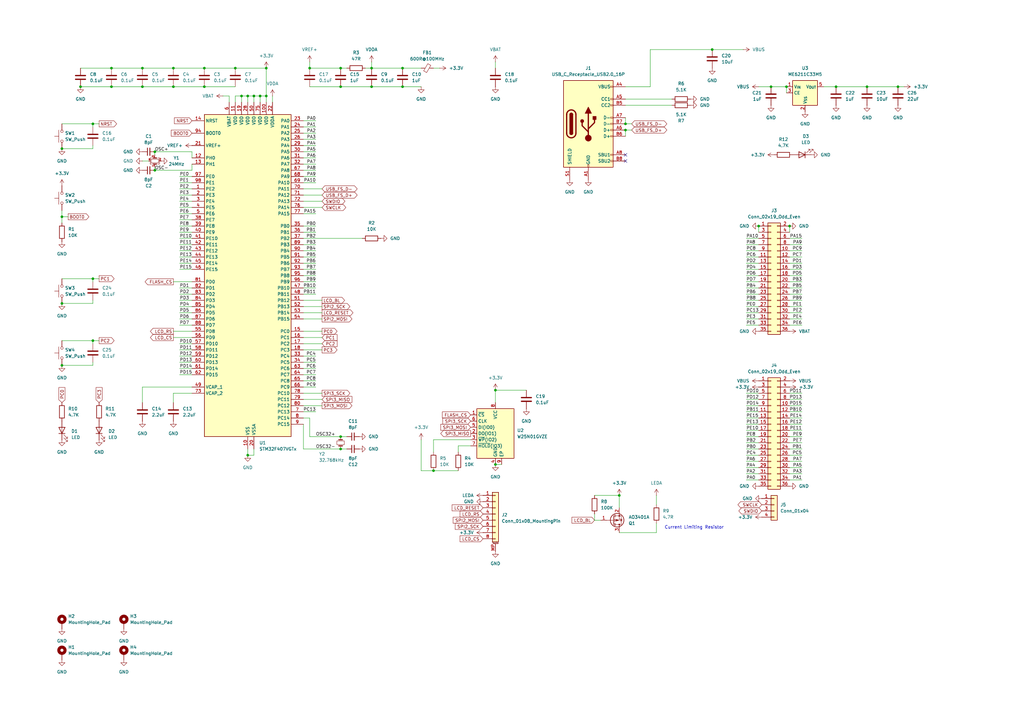
<source format=kicad_sch>
(kicad_sch (version 20231120) (generator "eeschema") (generator_version "8.0")
  (paper "A3")
  (junction (at 127 27.94))
  (junction (at 38.1 139.7))
  (junction (at 139.7 179.07))
  (junction (at 323.85 92.71))
  (junction (at 104.14 39.37))
  (junction (at 203.2 190.5))
  (junction (at 101.6 186.69))
  (junction (at 101.6 39.37))
  (junction (at 109.22 27.94))
  (junction (at 109.22 39.37))
  (junction (at 63.5 62.23))
  (junction (at 38.1 50.8))
  (junction (at 83.82 35.56))
  (junction (at 254 203.2))
  (junction (at 45.72 35.56))
  (junction (at 165.1 27.94))
  (junction (at 203.2 160.02))
  (junction (at 25.4 88.9))
  (junction (at 256.54 53.34))
  (junction (at 33.02 35.56))
  (junction (at 311.15 92.71))
  (junction (at 139.7 184.15))
  (junction (at 63.5 69.85))
  (junction (at 99.06 39.37))
  (junction (at 322.58 35.56))
  (junction (at 106.68 39.37))
  (junction (at 38.1 114.3))
  (junction (at 152.4 35.56))
  (junction (at 368.3 35.56))
  (junction (at 58.42 35.56))
  (junction (at 256.54 50.8))
  (junction (at 25.4 60.96))
  (junction (at 139.7 27.94))
  (junction (at 177.8 193.04))
  (junction (at 71.12 35.56))
  (junction (at 292.1 20.32))
  (junction (at 165.1 35.56))
  (junction (at 342.9 35.56))
  (junction (at 316.23 35.56))
  (junction (at 58.42 27.94))
  (junction (at 45.72 27.94))
  (junction (at 355.6 35.56))
  (junction (at 152.4 27.94))
  (junction (at 139.7 35.56))
  (junction (at 96.52 27.94))
  (junction (at 25.4 149.86))
  (junction (at 25.4 124.46))
  (junction (at 71.12 27.94))
  (junction (at 83.82 27.94))
  (no_connect (at 256.54 66.04))
  (no_connect (at 256.54 63.5))
  (wire (pts (xy 132.08 80.01) (xy 124.46 80.01)))
  (wire (pts (xy 38.1 114.3) (xy 40.64 114.3)))
  (wire (pts (xy 203.2 25.4) (xy 203.2 27.94)))
  (wire (pts (xy 328.93 100.33) (xy 323.85 100.33)))
  (wire (pts (xy 129.54 153.67) (xy 124.46 153.67)))
  (wire (pts (xy 203.2 160.02) (xy 203.2 165.1)))
  (wire (pts (xy 328.93 163.83) (xy 323.85 163.83)))
  (wire (pts (xy 323.85 97.79) (xy 328.93 97.79)))
  (wire (pts (xy 73.66 128.27) (xy 78.74 128.27)))
  (wire (pts (xy 129.54 54.61) (xy 124.46 54.61)))
  (wire (pts (xy 322.58 35.56) (xy 322.58 38.1)))
  (wire (pts (xy 323.85 95.25) (xy 323.85 92.71)))
  (wire (pts (xy 127 171.45) (xy 127 179.07)))
  (wire (pts (xy 256.54 35.56) (xy 266.7 35.56)))
  (wire (pts (xy 127 179.07) (xy 139.7 179.07)))
  (wire (pts (xy 25.4 114.3) (xy 38.1 114.3)))
  (wire (pts (xy 328.93 166.37) (xy 323.85 166.37)))
  (wire (pts (xy 328.93 184.15) (xy 323.85 184.15)))
  (wire (pts (xy 328.93 130.81) (xy 323.85 130.81)))
  (wire (pts (xy 73.66 153.67) (xy 78.74 153.67)))
  (wire (pts (xy 73.66 87.63) (xy 78.74 87.63)))
  (wire (pts (xy 129.54 107.95) (xy 124.46 107.95)))
  (wire (pts (xy 328.93 118.11) (xy 323.85 118.11)))
  (wire (pts (xy 124.46 97.79) (xy 148.59 97.79)))
  (wire (pts (xy 101.6 186.69) (xy 101.6 184.15)))
  (wire (pts (xy 139.7 179.07) (xy 142.24 179.07)))
  (wire (pts (xy 172.72 180.34) (xy 172.72 193.04)))
  (wire (pts (xy 129.54 102.87) (xy 124.46 102.87)))
  (wire (pts (xy 127 27.94) (xy 139.7 27.94)))
  (wire (pts (xy 93.98 39.37) (xy 93.98 41.91)))
  (wire (pts (xy 328.93 110.49) (xy 323.85 110.49)))
  (wire (pts (xy 306.07 194.31) (xy 311.15 194.31)))
  (wire (pts (xy 306.07 181.61) (xy 311.15 181.61)))
  (wire (pts (xy 256.54 53.34) (xy 256.54 55.88)))
  (wire (pts (xy 306.07 133.35) (xy 311.15 133.35)))
  (wire (pts (xy 306.07 102.87) (xy 311.15 102.87)))
  (wire (pts (xy 73.66 148.59) (xy 78.74 148.59)))
  (wire (pts (xy 129.54 64.77) (xy 124.46 64.77)))
  (wire (pts (xy 111.76 39.37) (xy 111.76 41.91)))
  (wire (pts (xy 328.93 196.85) (xy 323.85 196.85)))
  (wire (pts (xy 306.07 168.91) (xy 311.15 168.91)))
  (wire (pts (xy 177.8 180.34) (xy 177.8 185.42)))
  (wire (pts (xy 129.54 118.11) (xy 124.46 118.11)))
  (wire (pts (xy 254 203.2) (xy 254 208.28)))
  (wire (pts (xy 306.07 128.27) (xy 311.15 128.27)))
  (wire (pts (xy 139.7 35.56) (xy 152.4 35.56)))
  (wire (pts (xy 129.54 113.03) (xy 124.46 113.03)))
  (wire (pts (xy 328.93 168.91) (xy 323.85 168.91)))
  (wire (pts (xy 38.1 60.96) (xy 25.4 60.96)))
  (wire (pts (xy 132.08 85.09) (xy 124.46 85.09)))
  (wire (pts (xy 58.42 66.04) (xy 60.96 66.04)))
  (wire (pts (xy 306.07 179.07) (xy 311.15 179.07)))
  (wire (pts (xy 129.54 156.21) (xy 124.46 156.21)))
  (wire (pts (xy 58.42 158.75) (xy 58.42 165.1)))
  (wire (pts (xy 38.1 59.69) (xy 38.1 60.96)))
  (wire (pts (xy 328.93 173.99) (xy 323.85 173.99)))
  (wire (pts (xy 124.46 184.15) (xy 139.7 184.15)))
  (wire (pts (xy 328.93 125.73) (xy 323.85 125.73)))
  (wire (pts (xy 73.66 143.51) (xy 78.74 143.51)))
  (wire (pts (xy 177.8 193.04) (xy 172.72 193.04)))
  (wire (pts (xy 292.1 20.32) (xy 304.8 20.32)))
  (wire (pts (xy 306.07 107.95) (xy 311.15 107.95)))
  (wire (pts (xy 328.93 181.61) (xy 323.85 181.61)))
  (wire (pts (xy 306.07 120.65) (xy 311.15 120.65)))
  (wire (pts (xy 129.54 62.23) (xy 124.46 62.23)))
  (wire (pts (xy 306.07 115.57) (xy 311.15 115.57)))
  (wire (pts (xy 328.93 115.57) (xy 323.85 115.57)))
  (wire (pts (xy 256.54 53.34) (xy 259.08 53.34)))
  (wire (pts (xy 132.08 143.51) (xy 124.46 143.51)))
  (wire (pts (xy 127 171.45) (xy 124.46 171.45)))
  (wire (pts (xy 129.54 148.59) (xy 124.46 148.59)))
  (wire (pts (xy 266.7 35.56) (xy 266.7 20.32)))
  (wire (pts (xy 73.66 95.25) (xy 78.74 95.25)))
  (wire (pts (xy 25.4 91.44) (xy 25.4 88.9)))
  (wire (pts (xy 129.54 95.25) (xy 124.46 95.25)))
  (wire (pts (xy 73.66 130.81) (xy 78.74 130.81)))
  (wire (pts (xy 306.07 123.19) (xy 311.15 123.19)))
  (wire (pts (xy 25.4 50.8) (xy 38.1 50.8)))
  (wire (pts (xy 337.82 35.56) (xy 342.9 35.56)))
  (wire (pts (xy 256.54 43.18) (xy 275.59 43.18)))
  (wire (pts (xy 104.14 39.37) (xy 104.14 41.91)))
  (wire (pts (xy 129.54 100.33) (xy 124.46 100.33)))
  (wire (pts (xy 129.54 67.31) (xy 124.46 67.31)))
  (wire (pts (xy 99.06 39.37) (xy 101.6 39.37)))
  (wire (pts (xy 187.96 193.04) (xy 177.8 193.04)))
  (wire (pts (xy 25.4 86.36) (xy 25.4 88.9)))
  (wire (pts (xy 124.46 184.15) (xy 124.46 173.99)))
  (wire (pts (xy 96.52 41.91) (xy 96.52 39.37)))
  (wire (pts (xy 127 25.4) (xy 127 27.94)))
  (wire (pts (xy 99.06 39.37) (xy 99.06 41.91)))
  (wire (pts (xy 306.07 171.45) (xy 311.15 171.45)))
  (wire (pts (xy 152.4 27.94) (xy 165.1 27.94)))
  (wire (pts (xy 129.54 146.05) (xy 124.46 146.05)))
  (wire (pts (xy 101.6 39.37) (xy 104.14 39.37)))
  (wire (pts (xy 71.12 135.89) (xy 78.74 135.89)))
  (wire (pts (xy 328.93 107.95) (xy 323.85 107.95)))
  (wire (pts (xy 129.54 158.75) (xy 124.46 158.75)))
  (wire (pts (xy 96.52 27.94) (xy 109.22 27.94)))
  (wire (pts (xy 328.93 171.45) (xy 323.85 171.45)))
  (wire (pts (xy 73.66 123.19) (xy 78.74 123.19)))
  (wire (pts (xy 132.08 138.43) (xy 124.46 138.43)))
  (wire (pts (xy 165.1 35.56) (xy 172.72 35.56)))
  (wire (pts (xy 101.6 39.37) (xy 101.6 41.91)))
  (wire (pts (xy 306.07 184.15) (xy 311.15 184.15)))
  (wire (pts (xy 243.84 210.82) (xy 243.84 213.36)))
  (wire (pts (xy 129.54 74.93) (xy 124.46 74.93)))
  (wire (pts (xy 243.84 203.2) (xy 254 203.2)))
  (wire (pts (xy 306.07 186.69) (xy 311.15 186.69)))
  (wire (pts (xy 328.93 186.69) (xy 323.85 186.69)))
  (wire (pts (xy 368.3 35.56) (xy 370.84 35.56)))
  (wire (pts (xy 203.2 160.02) (xy 215.9 160.02)))
  (wire (pts (xy 316.23 35.56) (xy 322.58 35.56)))
  (wire (pts (xy 73.66 82.55) (xy 78.74 82.55)))
  (wire (pts (xy 306.07 100.33) (xy 311.15 100.33)))
  (wire (pts (xy 73.66 133.35) (xy 78.74 133.35)))
  (wire (pts (xy 328.93 194.31) (xy 323.85 194.31)))
  (wire (pts (xy 306.07 196.85) (xy 311.15 196.85)))
  (wire (pts (xy 139.7 27.94) (xy 142.24 27.94)))
  (wire (pts (xy 38.1 50.8) (xy 40.64 50.8)))
  (wire (pts (xy 38.1 139.7) (xy 38.1 140.97)))
  (wire (pts (xy 259.08 50.8) (xy 256.54 50.8)))
  (wire (pts (xy 73.66 110.49) (xy 78.74 110.49)))
  (wire (pts (xy 106.68 39.37) (xy 109.22 39.37)))
  (wire (pts (xy 27.94 88.9) (xy 25.4 88.9)))
  (wire (pts (xy 152.4 25.4) (xy 152.4 27.94)))
  (wire (pts (xy 45.72 35.56) (xy 58.42 35.56)))
  (wire (pts (xy 25.4 139.7) (xy 38.1 139.7)))
  (wire (pts (xy 132.08 161.29) (xy 124.46 161.29)))
  (wire (pts (xy 328.93 102.87) (xy 323.85 102.87)))
  (wire (pts (xy 124.46 168.91) (xy 129.54 168.91)))
  (wire (pts (xy 311.15 35.56) (xy 316.23 35.56)))
  (wire (pts (xy 306.07 105.41) (xy 311.15 105.41)))
  (wire (pts (xy 73.66 146.05) (xy 78.74 146.05)))
  (wire (pts (xy 132.08 128.27) (xy 124.46 128.27)))
  (wire (pts (xy 328.93 113.03) (xy 323.85 113.03)))
  (wire (pts (xy 73.66 151.13) (xy 78.74 151.13)))
  (wire (pts (xy 101.6 186.69) (xy 104.14 186.69)))
  (wire (pts (xy 71.12 35.56) (xy 83.82 35.56)))
  (wire (pts (xy 38.1 123.19) (xy 38.1 124.46)))
  (wire (pts (xy 71.12 138.43) (xy 78.74 138.43)))
  (wire (pts (xy 129.54 110.49) (xy 124.46 110.49)))
  (wire (pts (xy 78.74 158.75) (xy 58.42 158.75)))
  (wire (pts (xy 91.44 39.37) (xy 93.98 39.37)))
  (wire (pts (xy 129.54 49.53) (xy 124.46 49.53)))
  (wire (pts (xy 306.07 189.23) (xy 311.15 189.23)))
  (wire (pts (xy 132.08 82.55) (xy 124.46 82.55)))
  (wire (pts (xy 33.02 35.56) (xy 45.72 35.56)))
  (wire (pts (xy 71.12 27.94) (xy 83.82 27.94)))
  (wire (pts (xy 306.07 130.81) (xy 311.15 130.81)))
  (wire (pts (xy 83.82 35.56) (xy 96.52 35.56)))
  (wire (pts (xy 129.54 115.57) (xy 124.46 115.57)))
  (wire (pts (xy 328.93 120.65) (xy 323.85 120.65)))
  (wire (pts (xy 306.07 176.53) (xy 311.15 176.53)))
  (wire (pts (xy 33.02 27.94) (xy 45.72 27.94)))
  (wire (pts (xy 306.07 118.11) (xy 311.15 118.11)))
  (wire (pts (xy 73.66 92.71) (xy 78.74 92.71)))
  (wire (pts (xy 132.08 77.47) (xy 124.46 77.47)))
  (wire (pts (xy 58.42 27.94) (xy 71.12 27.94)))
  (wire (pts (xy 73.66 74.93) (xy 78.74 74.93)))
  (wire (pts (xy 73.66 118.11) (xy 78.74 118.11)))
  (wire (pts (xy 104.14 184.15) (xy 104.14 186.69)))
  (wire (pts (xy 63.5 62.23) (xy 63.5 63.5)))
  (wire (pts (xy 306.07 110.49) (xy 311.15 110.49)))
  (wire (pts (xy 124.46 87.63) (xy 129.54 87.63)))
  (wire (pts (xy 306.07 166.37) (xy 311.15 166.37)))
  (wire (pts (xy 63.5 69.85) (xy 63.5 68.58)))
  (wire (pts (xy 73.66 77.47) (xy 78.74 77.47)))
  (wire (pts (xy 96.52 39.37) (xy 99.06 39.37)))
  (wire (pts (xy 78.74 64.77) (xy 78.74 62.23)))
  (wire (pts (xy 129.54 69.85) (xy 124.46 69.85)))
  (wire (pts (xy 73.66 107.95) (xy 78.74 107.95)))
  (wire (pts (xy 38.1 124.46) (xy 25.4 124.46)))
  (wire (pts (xy 73.66 80.01) (xy 78.74 80.01)))
  (wire (pts (xy 109.22 27.94) (xy 109.22 39.37)))
  (wire (pts (xy 187.96 182.88) (xy 187.96 185.42)))
  (wire (pts (xy 127 35.56) (xy 139.7 35.56)))
  (wire (pts (xy 306.07 125.73) (xy 311.15 125.73)))
  (wire (pts (xy 73.66 97.79) (xy 78.74 97.79)))
  (wire (pts (xy 132.08 166.37) (xy 124.46 166.37)))
  (wire (pts (xy 124.46 163.83) (xy 132.08 163.83)))
  (wire (pts (xy 129.54 92.71) (xy 124.46 92.71)))
  (wire (pts (xy 328.93 123.19) (xy 323.85 123.19)))
  (wire (pts (xy 71.12 115.57) (xy 78.74 115.57)))
  (wire (pts (xy 269.24 203.2) (xy 269.24 207.01)))
  (wire (pts (xy 58.42 35.56) (xy 71.12 35.56)))
  (wire (pts (xy 193.04 182.88) (xy 187.96 182.88)))
  (wire (pts (xy 129.54 57.15) (xy 124.46 57.15)))
  (wire (pts (xy 71.12 161.29) (xy 71.12 165.1)))
  (wire (pts (xy 328.93 161.29) (xy 323.85 161.29)))
  (wire (pts (xy 328.93 176.53) (xy 323.85 176.53)))
  (wire (pts (xy 104.14 39.37) (xy 106.68 39.37)))
  (wire (pts (xy 149.86 27.94) (xy 152.4 27.94)))
  (wire (pts (xy 73.66 102.87) (xy 78.74 102.87)))
  (wire (pts (xy 243.84 213.36) (xy 246.38 213.36)))
  (wire (pts (xy 73.66 125.73) (xy 78.74 125.73)))
  (wire (pts (xy 306.07 161.29) (xy 311.15 161.29)))
  (wire (pts (xy 73.66 100.33) (xy 78.74 100.33)))
  (wire (pts (xy 139.7 184.15) (xy 142.24 184.15)))
  (wire (pts (xy 132.08 135.89) (xy 124.46 135.89)))
  (wire (pts (xy 78.74 67.31) (xy 78.74 69.85)))
  (wire (pts (xy 152.4 35.56) (xy 165.1 35.56)))
  (wire (pts (xy 38.1 139.7) (xy 40.64 139.7)))
  (wire (pts (xy 78.74 62.23) (xy 63.5 62.23)))
  (wire (pts (xy 132.08 140.97) (xy 124.46 140.97)))
  (wire (pts (xy 306.07 191.77) (xy 311.15 191.77)))
  (wire (pts (xy 129.54 120.65) (xy 124.46 120.65)))
  (wire (pts (xy 132.08 130.81) (xy 124.46 130.81)))
  (wire (pts (xy 355.6 35.56) (xy 368.3 35.56)))
  (wire (pts (xy 73.66 72.39) (xy 78.74 72.39)))
  (wire (pts (xy 109.22 39.37) (xy 109.22 41.91)))
  (wire (pts (xy 269.24 214.63) (xy 269.24 218.44)))
  (wire (pts (xy 83.82 27.94) (xy 96.52 27.94)))
  (wire (pts (xy 78.74 161.29) (xy 71.12 161.29)))
  (wire (pts (xy 328.93 133.35) (xy 323.85 133.35)))
  (wire (pts (xy 38.1 149.86) (xy 25.4 149.86)))
  (wire (pts (xy 328.93 128.27) (xy 323.85 128.27)))
  (wire (pts (xy 306.07 113.03) (xy 311.15 113.03)))
  (wire (pts (xy 73.66 120.65) (xy 78.74 120.65)))
  (wire (pts (xy 38.1 148.59) (xy 38.1 149.86)))
  (wire (pts (xy 177.8 27.94) (xy 180.34 27.94)))
  (wire (pts (xy 38.1 114.3) (xy 38.1 115.57)))
  (wire (pts (xy 328.93 189.23) (xy 323.85 189.23)))
  (wire (pts (xy 129.54 105.41) (xy 124.46 105.41)))
  (wire (pts (xy 266.7 20.32) (xy 292.1 20.32)))
  (wire (pts (xy 254 218.44) (xy 269.24 218.44)))
  (wire (pts (xy 328.93 105.41) (xy 323.85 105.41)))
  (wire (pts (xy 256.54 50.8) (xy 256.54 48.26)))
  (wire (pts (xy 256.54 40.64) (xy 275.59 40.64)))
  (wire (pts (xy 193.04 180.34) (xy 177.8 180.34)))
  (wire (pts (xy 306.07 97.79) (xy 311.15 97.79)))
  (wire (pts (xy 73.66 90.17) (xy 78.74 90.17)))
  (wire (pts (xy 328.93 179.07) (xy 323.85 179.07)))
  (wire (pts (xy 45.72 27.94) (xy 58.42 27.94)))
  (wire (pts (xy 129.54 72.39) (xy 124.46 72.39)))
  (wire (pts (xy 306.07 173.99) (xy 311.15 173.99)))
  (wire (pts (xy 73.66 105.41) (xy 78.74 105.41)))
  (wire (pts (xy 73.66 85.09) (xy 78.74 85.09)))
  (wire (pts (xy 129.54 52.07) (xy 124.46 52.07)))
  (wire (pts (xy 106.68 39.37) (xy 106.68 41.91)))
  (wire (pts (xy 203.2 190.5) (xy 205.74 190.5)))
  (wire (pts (xy 165.1 27.94) (xy 172.72 27.94)))
  (wire (pts (xy 132.08 123.19) (xy 124.46 123.19)))
  (wire (pts (xy 342.9 35.56) (xy 355.6 35.56)))
  (wire (pts (xy 38.1 50.8) (xy 38.1 52.07)))
  (wire (pts (xy 311.15 92.71) (xy 311.15 95.25)))
  (wire (pts (xy 78.74 69.85) (xy 63.5 69.85)))
  (wire (pts (xy 132.08 125.73) (xy 124.46 125.73)))
  (wire (pts (xy 129.54 151.13) (xy 124.46 151.13)))
  (wire (pts (xy 306.07 163.83) (xy 311.15 163.83)))
  (wire (pts (xy 73.66 140.97) (xy 78.74 140.97)))
  (wire (pts (xy 129.54 59.69) (xy 124.46 59.69)))
  (wire (pts (xy 328.93 191.77) (xy 323.85 191.77)))
  (text "Current Limiting Resistor" (at 284.734 216.408 0) (effects (font (size 1.27 1.27))))
  (label "PB4" (at 306.07 118.11 0))
  (label "PE12" (at 328.93 173.99 180))
  (label "PC8" (at 306.07 102.87 0))
  (label "OSC-" (at 63.5 69.85 0))
  (label "PB6" (at 129.54 107.95 180))
  (label "OSC32+" (at 129.54 179.07 0))
  (label "PC8" (at 129.54 156.21 180))
  (label "PA6" (at 306.07 189.23 0))
  (label "PC5" (at 328.93 186.69 180))
  (label "PB7" (at 129.54 110.49 180))
  (label "PB9" (at 328.93 123.19 180))
  (label "PB2" (at 129.54 97.79 180))
  (label "PE3" (at 73.66 80.01 0))
  (label "PB3" (at 328.93 115.57 180))
  (label "PB10" (at 129.54 118.11 180))
  (label "PA3" (at 328.93 194.31 180))
  (label "PE13" (at 306.07 173.99 0))
  (label "PD7" (at 73.66 133.35 0))
  (label "PE3" (at 306.07 130.81 0))
  (label "PE14" (at 73.66 107.95 0))
  (label "PD12" (at 306.07 163.83 0))
  (label "PE0" (at 306.07 125.73 0))
  (label "PD11" (at 328.93 161.29 180))
  (label "PA8" (at 306.07 100.33 0))
  (label "PA10" (at 306.07 97.79 0))
  (label "PD13" (at 328.93 163.83 180))
  (label "PA10" (at 129.54 74.93 180))
  (label "PE10" (at 73.66 97.79 0))
  (label "PA7" (at 129.54 67.31 180))
  (label "PE11" (at 73.66 100.33 0))
  (label "PA5" (at 328.93 191.77 180))
  (label "PD4" (at 73.66 125.73 0))
  (label "PA2" (at 129.54 54.61 180))
  (label "PA2" (at 306.07 194.31 0))
  (label "PE7" (at 328.93 181.61 180))
  (label "PD12" (at 73.66 146.05 0))
  (label "PA9" (at 129.54 72.39 180))
  (label "PD4" (at 306.07 110.49 0))
  (label "PC4" (at 306.07 186.69 0))
  (label "PE1" (at 73.66 74.93 0))
  (label "PA15" (at 328.93 97.79 180))
  (label "PD7" (at 306.07 115.57 0))
  (label "PB10" (at 328.93 168.91 180))
  (label "PA1" (at 328.93 196.85 180))
  (label "PA15" (at 129.54 87.63 180))
  (label "PE6" (at 73.66 87.63 0))
  (label "PD13" (at 73.66 148.59 0))
  (label "PA9" (at 328.93 100.33 180))
  (label "PB0" (at 129.54 92.71 180))
  (label "PC6" (at 306.07 105.41 0))
  (label "PE13" (at 73.66 105.41 0))
  (label "PE1" (at 328.93 125.73 180))
  (label "PB1" (at 328.93 184.15 180))
  (label "PE8" (at 306.07 179.07 0))
  (label "PE15" (at 306.07 171.45 0))
  (label "PC5" (at 129.54 148.59 180))
  (label "PA6" (at 129.54 64.77 180))
  (label "PC7" (at 129.54 153.67 180))
  (label "PD2" (at 306.07 107.95 0))
  (label "PD15" (at 73.66 153.67 0))
  (label "PD14" (at 73.66 151.13 0))
  (label "PE7" (at 73.66 90.17 0))
  (label "PE8" (at 73.66 92.71 0))
  (label "PC7" (at 328.93 105.41 180))
  (label "PE14" (at 328.93 171.45 180))
  (label "PE5" (at 306.07 133.35 0))
  (label "PC13" (at 306.07 128.27 0))
  (label "PD14" (at 306.07 166.37 0))
  (label "PB11" (at 129.54 120.65 180))
  (label "PB9" (at 129.54 115.57 180))
  (label "PD6" (at 73.66 130.81 0))
  (label "OSC32-" (at 129.54 184.15 0))
  (label "PB8" (at 306.07 123.19 0))
  (label "PA4" (at 306.07 191.77 0))
  (label "PB3" (at 129.54 100.33 180))
  (label "PA4" (at 129.54 59.69 180))
  (label "PD10" (at 73.66 140.97 0))
  (label "PE6" (at 328.93 133.35 180))
  (label "PA8" (at 129.54 69.85 180))
  (label "PE4" (at 73.66 82.55 0))
  (label "PB5" (at 129.54 105.41 180))
  (label "PC6" (at 129.54 151.13 180))
  (label "OSC+" (at 63.5 62.23 0))
  (label "PE2" (at 328.93 128.27 180))
  (label "PB7" (at 328.93 120.65 180))
  (label "PD6" (at 306.07 113.03 0))
  (label "PB5" (at 328.93 118.11 180))
  (label "PD15" (at 328.93 166.37 180))
  (label "PA1" (at 129.54 52.07 180))
  (label "PA7" (at 328.93 189.23 180))
  (label "PB8" (at 129.54 113.03 180))
  (label "PA0" (at 129.54 49.53 180))
  (label "PE11" (at 328.93 176.53 180))
  (label "PD1" (at 328.93 107.95 180))
  (label "PE12" (at 73.66 102.87 0))
  (label "PC4" (at 129.54 146.05 180))
  (label "PD5" (at 73.66 128.27 0))
  (label "PD3" (at 328.93 110.49 180))
  (label "PC13" (at 129.54 168.91 180))
  (label "PB1" (at 129.54 95.25 180))
  (label "PA0" (at 306.07 196.85 0))
  (label "PE5" (at 73.66 85.09 0))
  (label "PB6" (at 306.07 120.65 0))
  (label "PE9" (at 73.66 95.25 0))
  (label "PC9" (at 328.93 102.87 180))
  (label "PD5" (at 328.93 113.03 180))
  (label "PC9" (at 129.54 158.75 180))
  (label "PB2" (at 306.07 181.61 0))
  (label "PD10" (at 306.07 161.29 0))
  (label "PE4" (at 328.93 130.81 180))
  (label "PD11" (at 73.66 143.51 0))
  (label "PD3" (at 73.66 123.19 0))
  (label "PB11" (at 306.07 168.91 0))
  (label "PA5" (at 129.54 62.23 180))
  (label "PD2" (at 73.66 120.65 0))
  (label "PD1" (at 73.66 118.11 0))
  (label "PA3" (at 129.54 57.15 180))
  (label "PE9" (at 328.93 179.07 180))
  (label "PE10" (at 306.07 176.53 0))
  (label "PE2" (at 73.66 77.47 0))
  (label "PE15" (at 73.66 110.49 0))
  (label "PE0" (at 73.66 72.39 0))
  (label "PB4" (at 129.54 102.87 180))
  (label "PB0" (at 306.07 184.15 0))
  (global_label "NRST" (shape output) (at 40.64 50.8 0) (property "Intersheetrefs" "${INTERSHEET_REFS}" (effects (hide yes))))
  (global_label "USB_FS_D-" (shape bidirectional) (at 132.08 77.47 0) (property "Intersheetrefs" "${INTERSHEET_REFS}" (effects (hide yes))))
  (global_label "PC3" (shape input) (at 40.64 165.1 90) (property "Intersheetrefs" "${INTERSHEET_REFS}" (effects (hide yes))))
  (global_label "SPI3_SCK" (shape output) (at 132.08 161.29 0) (property "Intersheetrefs" "${INTERSHEET_REFS}" (effects (hide yes))))
  (global_label "USB_FS_D+" (shape bidirectional) (at 132.08 80.01 0) (property "Intersheetrefs" "${INTERSHEET_REFS}" (effects (hide yes))))
  (global_label "SWDIO" (shape bidirectional) (at 132.08 82.55 0) (property "Intersheetrefs" "${INTERSHEET_REFS}" (effects (hide yes))))
  (global_label "LCD_BL" (shape input) (at 243.84 213.36 180) (property "Intersheetrefs" "${INTERSHEET_REFS}" (effects (hide yes))))
  (global_label "SPI2_MOSI" (shape input) (at 198.12 213.36 180) (property "Intersheetrefs" "${INTERSHEET_REFS}" (effects (hide yes))))
  (global_label "SPI2_SCK" (shape output) (at 132.08 125.73 0) (property "Intersheetrefs" "${INTERSHEET_REFS}" (effects (hide yes))))
  (global_label "SPI2_MOSI" (shape output) (at 132.08 130.81 0) (property "Intersheetrefs" "${INTERSHEET_REFS}" (effects (hide yes))))
  (global_label "PC0" (shape output) (at 132.08 135.89 0) (property "Intersheetrefs" "${INTERSHEET_REFS}" (effects (hide yes))))
  (global_label "PC2" (shape output) (at 40.64 139.7 0) (property "Intersheetrefs" "${INTERSHEET_REFS}" (effects (hide yes))))
  (global_label "SPI3_MOSI" (shape input) (at 193.04 175.26 180) (property "Intersheetrefs" "${INTERSHEET_REFS}" (effects (hide yes))))
  (global_label "LCD_BL" (shape output) (at 132.08 123.19 0) (property "Intersheetrefs" "${INTERSHEET_REFS}" (effects (hide yes))))
  (global_label "LCD_CS" (shape output) (at 71.12 138.43 180) (property "Intersheetrefs" "${INTERSHEET_REFS}" (effects (hide yes))))
  (global_label "SWCLK" (shape bidirectional) (at 132.08 85.09 0) (property "Intersheetrefs" "${INTERSHEET_REFS}" (effects (hide yes))))
  (global_label "SWCLK" (shape bidirectional) (at 312.42 207.01 180) (property "Intersheetrefs" "${INTERSHEET_REFS}" (effects (hide yes))))
  (global_label "SWDIO" (shape bidirectional) (at 312.42 209.55 180) (property "Intersheetrefs" "${INTERSHEET_REFS}" (effects (hide yes))))
  (global_label "SPI3_SCK" (shape input) (at 193.04 172.72 180) (property "Intersheetrefs" "${INTERSHEET_REFS}" (effects (hide yes))))
  (global_label "BOOT0" (shape input) (at 78.74 54.61 180) (property "Intersheetrefs" "${INTERSHEET_REFS}" (effects (hide yes))))
  (global_label "FLASH_CS" (shape output) (at 71.12 115.57 180) (property "Intersheetrefs" "${INTERSHEET_REFS}" (effects (hide yes))))
  (global_label "PC1" (shape input) (at 132.08 138.43 0) (property "Intersheetrefs" "${INTERSHEET_REFS}" (effects (hide yes))))
  (global_label "FLASH_CS" (shape input) (at 193.04 170.18 180) (property "Intersheetrefs" "${INTERSHEET_REFS}" (effects (hide yes))))
  (global_label "PC0" (shape input) (at 25.4 165.1 90) (property "Intersheetrefs" "${INTERSHEET_REFS}" (effects (hide yes))))
  (global_label "LCD_RS" (shape input) (at 198.12 210.82 180) (property "Intersheetrefs" "${INTERSHEET_REFS}" (effects (hide yes))))
  (global_label "USB_FS_D+" (shape bidirectional) (at 259.08 53.34 0) (property "Intersheetrefs" "${INTERSHEET_REFS}" (effects (hide yes))))
  (global_label "SPI3_MOSI" (shape output) (at 132.08 166.37 0) (property "Intersheetrefs" "${INTERSHEET_REFS}" (effects (hide yes))))
  (global_label "SPI2_SCK" (shape input) (at 198.12 215.9 180) (property "Intersheetrefs" "${INTERSHEET_REFS}" (effects (hide yes))))
  (global_label "LCD_RS" (shape output) (at 71.12 135.89 180) (property "Intersheetrefs" "${INTERSHEET_REFS}" (effects (hide yes))))
  (global_label "BOOT0" (shape output) (at 27.94 88.9 0) (property "Intersheetrefs" "${INTERSHEET_REFS}" (effects (hide yes))))
  (global_label "LCD_RESET" (shape output) (at 132.08 128.27 0) (property "Intersheetrefs" "${INTERSHEET_REFS}" (effects (hide yes))))
  (global_label "NRST" (shape input) (at 78.74 49.53 180) (property "Intersheetrefs" "${INTERSHEET_REFS}" (effects (hide yes))))
  (global_label "PC1" (shape output) (at 40.64 114.3 0) (property "Intersheetrefs" "${INTERSHEET_REFS}" (effects (hide yes))))
  (global_label "SPI3_MISO" (shape input) (at 132.08 163.83 0) (property "Intersheetrefs" "${INTERSHEET_REFS}" (effects (hide yes))))
  (global_label "PC2" (shape input) (at 132.08 140.97 0) (property "Intersheetrefs" "${INTERSHEET_REFS}" (effects (hide yes))))
  (global_label "USB_FS_D-" (shape bidirectional) (at 259.08 50.8 0) (property "Intersheetrefs" "${INTERSHEET_REFS}" (effects (hide yes))))
  (global_label "LCD_CS" (shape input) (at 198.12 220.98 180) (property "Intersheetrefs" "${INTERSHEET_REFS}" (effects (hide yes))))
  (global_label "PC3" (shape output) (at 132.08 143.51 0) (property "Intersheetrefs" "${INTERSHEET_REFS}" (effects (hide yes))))
  (global_label "SPI3_MISO" (shape output) (at 193.04 177.8 180) (property "Intersheetrefs" "${INTERSHEET_REFS}" (effects (hide yes))))
  (global_label "LCD_RESET" (shape input) (at 198.12 208.28 180) (property "Intersheetrefs" "${INTERSHEET_REFS}" (effects (hide yes))))
  (symbol (lib_id "Device:C") (at 38.1 55.88 0) (unit 1)
    (property "Reference" "C16" (at 41.91 54.6099 0) (effects (justify left)))
    (property "Value" "0.1uF" (at 41.91 57.1499 0) (effects (justify left)))
    (property "Footprint" "Capacitor_SMD:C_0402_1005Metric" (effects (hide yes)))
    (property "Description" "Unpolarized capacitor" (effects (hide yes)))
  )
  (symbol (lib_id "power:+3V3") (at 198.12 218.44 90) (unit 1)
    (property "Reference" "#PWR042" (effects (hide yes)))
    (property "Value" "+3.3V" (at 194.31 218.4399 90) (effects (justify left)))
    (property "Description" "Power symbol creates a global label with name \"+3V3\"" (effects (hide yes)))
  )
  (symbol (lib_id "power:+3V3") (at 312.42 212.09 90) (unit 1)
    (property "Reference" "#PWR060" (effects (hide yes)))
    (property "Value" "+3.3V" (at 308.61 212.0899 90) (effects (justify left)))
    (property "Description" "Power symbol creates a global label with name \"+3V3\"" (effects (hide yes)))
  )
  (symbol (lib_id "Device:C") (at 152.4 31.75 0) (unit 1)
    (property "Reference" "C9" (at 156.21 30.4799 0) (effects (justify left)))
    (property "Value" "0.1uF" (at 156.21 33.0199 0) (effects (justify left)))
    (property "Footprint" "Capacitor_SMD:C_0402_1005Metric" (effects (hide yes)))
    (property "Description" "Unpolarized capacitor" (effects (hide yes)))
  )
  (symbol (lib_id "Mechanical:MountingHole_Pad") (at 50.8 267.97 0) (unit 1) (exclude_from_sim yes) (in_bom no)
    (property "Reference" "H4" (at 53.34 265.4299 0) (effects (justify left)))
    (property "Value" "MountingHole_Pad" (at 53.34 267.9699 0) (effects (justify left)))
    (property "Footprint" "MountingHole:MountingHole_2.2mm_M2_ISO7380_Pad" (effects (hide yes)))
    (property "Description" "Mounting Hole with connection" (effects (hide yes)))
  )
  (symbol (lib_id "Device:R") (at 25.4 95.25 0) (unit 1)
    (property "Reference" "R1" (at 27.94 93.9799 0) (effects (justify left)))
    (property "Value" "10K" (at 27.94 96.5199 0) (effects (justify left)))
    (property "Footprint" "Resistor_SMD:R_0402_1005Metric" (effects (hide yes)))
    (property "Description" "Resistor" (effects (hide yes)))
  )
  (symbol (lib_id "Transistor_FET:AO3401A") (at 251.46 213.36 0) (mirror x) (unit 1)
    (property "Reference" "Q1" (at 257.81 214.6301 0) (effects (justify left)))
    (property "Value" "AO3401A" (at 257.81 212.0901 0) (effects (justify left)))
    (property "Footprint" "Package_TO_SOT_SMD:SOT-23" (effects (hide yes)))
    (property "Datasheet" "http://www.aosmd.com/pdfs/datasheet/AO3401A.pdf" (effects (hide yes)))
    (property "Description" "-4.0A Id, -30V Vds, P-Channel MOSFET, SOT-23" (effects (hide yes)))
  )
  (symbol (lib_id "power:GND") (at 25.4 257.81 0) (unit 1)
    (property "Reference" "#PWR061" (effects (hide yes)))
    (property "Value" "GND" (at 25.4 262.89 0))
    (property "Description" "Power symbol creates a global label with name \"GND\" , ground" (effects (hide yes)))
  )
  (symbol (lib_id "Connector:USB_C_Receptacle_USB2.0_16P") (at 241.3 50.8 0) (unit 1)
    (property "Reference" "J1" (at 241.3 27.94 0))
    (property "Value" "USB_C_Receptacle_USB2.0_16P" (at 241.3 30.48 0))
    (property "Footprint" "Connector_USB:USB_C_Receptacle_GCT_USB4105-xx-A_16P_TopMnt_Horizontal" (effects (hide yes)))
    (property "Datasheet" "https://www.usb.org/sites/default/files/documents/usb_type-c.zip" (effects (hide yes)))
    (property "Description" "USB 2.0-only 16P Type-C Receptacle connector" (effects (hide yes)))
  )
  (symbol (lib_id "Device:C") (at 96.52 31.75 0) (unit 1)
    (property "Reference" "C7" (at 100.33 30.4799 0) (effects (justify left)))
    (property "Value" "0.1uF" (at 100.33 33.0199 0) (effects (justify left)))
    (property "Footprint" "Capacitor_SMD:C_0402_1005Metric" (effects (hide yes)))
    (property "Description" "Unpolarized capacitor" (effects (hide yes)))
  )
  (symbol (lib_id "power:+3V3") (at 127 25.4 0) (unit 1)
    (property "Reference" "#PWR09" (effects (hide yes)))
    (property "Value" "VREF+" (at 127 20.32 0))
    (property "Description" "Power symbol creates a global label with name \"+3V3\"" (effects (hide yes)))
  )
  (symbol (lib_id "Device:R") (at 177.8 189.23 0) (unit 1)
    (property "Reference" "R5" (at 180.34 187.9599 0) (effects (justify left)))
    (property "Value" "10K" (at 180.34 190.4999 0) (effects (justify left)))
    (property "Footprint" "Resistor_SMD:R_0402_1005Metric" (effects (hide yes)))
    (property "Description" "Resistor" (effects (hide yes)))
  )
  (symbol (lib_id "power:+3V3") (at 370.84 35.56 270) (unit 1)
    (property "Reference" "#PWR036" (effects (hide yes)))
    (property "Value" "+3.3V" (at 374.65 35.5599 90) (effects (justify left)))
    (property "Description" "Power symbol creates a global label with name \"+3V3\"" (effects (hide yes)))
  )
  (symbol (lib_id "power:GND") (at 342.9 43.18 0) (unit 1)
    (property "Reference" "#PWR039" (effects (hide yes)))
    (property "Value" "GND" (at 342.9 48.26 0))
    (property "Description" "Power symbol creates a global label with name \"GND\" , ground" (effects (hide yes)))
  )
  (symbol (lib_id "power:GND") (at 323.85 199.39 90) (unit 1)
    (property "Reference" "#PWR068" (effects (hide yes)))
    (property "Value" "GND" (at 327.66 199.3899 90) (effects (justify right)))
    (property "Description" "Power symbol creates a global label with name \"GND\" , ground" (effects (hide yes)))
  )
  (symbol (lib_id "Device:C") (at 292.1 24.13 0) (unit 1)
    (property "Reference" "C20" (at 295.91 22.8599 0) (effects (justify left)))
    (property "Value" "10uF" (at 295.91 25.3999 0) (effects (justify left)))
    (property "Footprint" "Capacitor_SMD:C_0805_2012Metric" (effects (hide yes)))
    (property "Description" "Unpolarized capacitor" (effects (hide yes)))
  )
  (symbol (lib_id "power:GND") (at 330.2 45.72 0) (unit 1)
    (property "Reference" "#PWR037" (effects (hide yes)))
    (property "Value" "GND" (at 330.2 50.8 0))
    (property "Description" "Power symbol creates a global label with name \"GND\" , ground" (effects (hide yes)))
  )
  (symbol (lib_id "Device:C_Small") (at 60.96 69.85 90) (mirror x) (unit 1)
    (property "Reference" "C2" (at 60.9663 76.2 90))
    (property "Value" "8pF" (at 60.9663 73.66 90))
    (property "Footprint" "Capacitor_SMD:C_0402_1005Metric" (effects (hide yes)))
    (property "Description" "Unpolarized capacitor, small symbol" (effects (hide yes)))
  )
  (symbol (lib_id "Device:R") (at 146.05 27.94 90) (unit 1)
    (property "Reference" "R3" (at 146.05 21.59 90))
    (property "Value" "47R" (at 146.05 24.13 90))
    (property "Footprint" "Resistor_SMD:R_0402_1005Metric" (effects (hide yes)))
    (property "Description" "Resistor" (effects (hide yes)))
  )
  (symbol (lib_id "power:GND") (at 355.6 43.18 0) (unit 1)
    (property "Reference" "#PWR046" (effects (hide yes)))
    (property "Value" "GND" (at 355.6 48.26 0))
    (property "Description" "Power symbol creates a global label with name \"GND\" , ground" (effects (hide yes)))
  )
  (symbol (lib_id "power:GND") (at 25.4 149.86 0) (unit 1)
    (property "Reference" "#PWR048" (effects (hide yes)))
    (property "Value" "GND" (at 25.4 154.94 0))
    (property "Description" "Power symbol creates a global label with name \"GND\" , ground" (effects (hide yes)))
  )
  (symbol (lib_id "Device:LED") (at 328.93 63.5 180) (unit 1)
    (property "Reference" "D3" (at 330.5175 55.88 0))
    (property "Value" "LED" (at 330.5175 58.42 0))
    (property "Footprint" "LED_SMD:LED_0603_1608Metric" (effects (hide yes)))
    (property "Description" "Light emitting diode" (effects (hide yes)))
  )
  (symbol (lib_id "Mechanical:MountingHole_Pad") (at 50.8 255.27 0) (unit 1) (exclude_from_sim yes) (in_bom no)
    (property "Reference" "H3" (at 53.34 252.7299 0) (effects (justify left)))
    (property "Value" "MountingHole_Pad" (at 53.34 255.2699 0) (effects (justify left)))
    (property "Footprint" "MountingHole:MountingHole_2.2mm_M2_ISO7380_Pad" (effects (hide yes)))
    (property "Description" "Mounting Hole with connection" (effects (hide yes)))
  )
  (symbol (lib_id "power:GND") (at 233.68 73.66 0) (unit 1)
    (property "Reference" "#PWR029" (effects (hide yes)))
    (property "Value" "GND" (at 233.68 78.74 0))
    (property "Description" "Power symbol creates a global label with name \"GND\" , ground" (effects (hide yes)))
  )
  (symbol (lib_id "power:GND") (at 66.04 66.04 90) (unit 1)
    (property "Reference" "#PWR01" (effects (hide yes)))
    (property "Value" "GND" (effects (hide yes)))
    (property "Description" "Power symbol creates a global label with name \"GND\" , ground" (effects (hide yes)))
  )
  (symbol (lib_id "power:+3V3") (at 203.2 25.4 0) (unit 1)
    (property "Reference" "#PWR023" (effects (hide yes)))
    (property "Value" "VBAT" (at 203.2 20.32 0))
    (property "Description" "Power symbol creates a global label with name \"+3V3\"" (effects (hide yes)))
  )
  (symbol (lib_id "power:GND") (at 241.3 73.66 0) (unit 1)
    (property "Reference" "#PWR030" (effects (hide yes)))
    (property "Value" "GND" (at 241.3 78.74 0))
    (property "Description" "Power symbol creates a global label with name \"GND\" , ground" (effects (hide yes)))
  )
  (symbol (lib_id "power:+3V3") (at 317.5 63.5 90) (unit 1)
    (property "Reference" "#PWR065" (effects (hide yes)))
    (property "Value" "+3.3V" (at 313.69 63.4999 90) (effects (justify left)))
    (property "Description" "Power symbol creates a global label with name \"+3V3\"" (effects (hide yes)))
  )
  (symbol (lib_id "power:GND") (at 25.4 270.51 0) (unit 1)
    (property "Reference" "#PWR063" (effects (hide yes)))
    (property "Value" "GND" (at 25.4 275.59 0))
    (property "Description" "Power symbol creates a global label with name \"GND\" , ground" (effects (hide yes)))
  )
  (symbol (lib_id "Device:C") (at 165.1 31.75 0) (unit 1)
    (property "Reference" "C10" (at 168.91 30.4799 0) (effects (justify left)))
    (property "Value" "1uF" (at 168.91 33.0199 0) (effects (justify left)))
    (property "Footprint" "Capacitor_SMD:C_0402_1005Metric" (effects (hide yes)))
    (property "Description" "Unpolarized capacitor" (effects (hide yes)))
  )
  (symbol (lib_id "Device:Crystal_GND24_Small") (at 63.5 66.04 90) (unit 1)
    (property "Reference" "Y1" (at 72.39 64.77 90))
    (property "Value" "24MHz" (at 72.39 67.31 90))
    (property "Footprint" "Crystal:Crystal_SMD_3225-4Pin_3.2x2.5mm" (effects (hide yes)))
    (property "Description" "Four pin crystal, GND on pins 2 and 4, small symbol" (effects (hide yes)))
  )
  (symbol (lib_id "Connector_Generic_MountingPin:Conn_01x08_MountingPin") (at 203.2 210.82 0) (unit 1)
    (property "Reference" "J2" (at 205.74 211.1755 0) (effects (justify left)))
    (property "Value" "Conn_01x08_MountingPin" (at 205.74 213.7155 0) (effects (justify left)))
    (property "Footprint" "Connector_FFC-FPC:Hirose_FH12-8S-0.5SH_1x08-1MP_P0.50mm_Horizontal" (effects (hide yes)))
    (property "Description" "Generic connectable mounting pin connector, single row, 01x08, script generated (kicad-library-utils/schlib/autogen/connector/)" (effects (hide yes)))
  )
  (symbol (lib_id "Device:C") (at 33.02 31.75 0) (unit 1)
    (property "Reference" "C8" (at 36.83 30.4799 0) (effects (justify left)))
    (property "Value" "0.1uF" (at 36.83 33.0199 0) (effects (justify left)))
    (property "Footprint" "Capacitor_SMD:C_0402_1005Metric" (effects (hide yes)))
    (property "Description" "Unpolarized capacitor" (effects (hide yes)))
  )
  (symbol (lib_id "power:GND") (at 58.42 69.85 270) (unit 1)
    (property "Reference" "#PWR03" (effects (hide yes)))
    (property "Value" "GND" (at 54.61 69.8499 90) (effects (justify right)))
    (property "Description" "Power symbol creates a global label with name \"GND\" , ground" (effects (hide yes)))
  )
  (symbol (lib_id "Device:C") (at 342.9 39.37 0) (mirror y) (unit 1)
    (property "Reference" "C22" (at 346.71 38.0999 0) (effects (justify right)))
    (property "Value" "1uF" (at 346.71 40.6399 0) (effects (justify right)))
    (property "Footprint" "Capacitor_SMD:C_0603_1608Metric" (effects (hide yes)))
    (property "Description" "Unpolarized capacitor" (effects (hide yes)))
  )
  (symbol (lib_id "power:GND") (at 156.21 97.79 90) (unit 1)
    (property "Reference" "#PWR021" (effects (hide yes)))
    (property "Value" "GND" (at 160.02 97.7899 90) (effects (justify right)))
    (property "Description" "Power symbol creates a global label with name \"GND\" , ground" (effects (hide yes)))
  )
  (symbol (lib_id "Device:C_Small") (at 60.96 62.23 90) (unit 1)
    (property "Reference" "C1" (at 60.9663 55.88 90))
    (property "Value" "8pF" (at 60.9663 58.42 90))
    (property "Footprint" "Capacitor_SMD:C_0402_1005Metric" (effects (hide yes)))
    (property "Description" "Unpolarized capacitor, small symbol" (effects (hide yes)))
  )
  (symbol (lib_id "Device:FerriteBead_Small") (at 175.26 27.94 90) (unit 1)
    (property "Reference" "FB1" (at 175.2219 21.59 90))
    (property "Value" "600R@100MHz" (at 175.2219 24.13 90))
    (property "Footprint" "Inductor_SMD:L_0603_1608Metric" (effects (hide yes)))
    (property "Description" "Ferrite bead, small symbol" (effects (hide yes)))
  )
  (symbol (lib_id "power:+3V3") (at 109.22 27.94 0) (unit 1)
    (property "Reference" "#PWR07" (effects (hide yes)))
    (property "Value" "+3.3V" (at 109.22 22.86 0))
    (property "Description" "Power symbol creates a global label with name \"+3V3\"" (effects (hide yes)))
  )
  (symbol (lib_id "Device:R") (at 279.4 40.64 90) (unit 1)
    (property "Reference" "R6" (at 279.4 34.29 90))
    (property "Value" "5.1K" (at 279.4 36.83 90))
    (property "Footprint" "Resistor_SMD:R_0402_1005Metric" (effects (hide yes)))
    (property "Description" "Resistor" (effects (hide yes)))
  )
  (symbol (lib_id "power:+3V3") (at 323.85 158.75 270) (mirror x) (unit 1)
    (property "Reference" "#PWR058" (effects (hide yes)))
    (property "Value" "+3.3V" (at 327.66 158.7499 90) (effects (justify left)))
    (property "Description" "Power symbol creates a global label with name \"+3V3\"" (effects (hide yes)))
  )
  (symbol (lib_id "Connector_Generic:Conn_02x18_Odd_Even") (at 316.23 113.03 0) (unit 1)
    (property "Reference" "J3" (at 317.5 86.36 0))
    (property "Value" "Conn_02x19_Odd_Even" (at 317.5 88.9 0))
    (property "Footprint" "Connector_PinHeader_2.54mm:PinHeader_2x18_P2.54mm_Vertical" (effects (hide yes)))
    (property "Description" "Generic connector, double row, 02x18, odd/even pin numbering scheme (row 1 odd numbers, row 2 even numbers), script generated (kicad-library-utils/schlib/autogen/connector/)" (effects (hide yes)))
  )
  (symbol (lib_id "power:GND") (at 25.4 99.06 0) (unit 1)
    (property "Reference" "#PWR020" (effects (hide yes)))
    (property "Value" "GND" (at 25.4 104.14 0))
    (property "Description" "Power symbol creates a global label with name \"GND\" , ground" (effects (hide yes)))
  )
  (symbol (lib_id "power:GND") (at 311.15 199.39 270) (unit 1)
    (property "Reference" "#PWR067" (effects (hide yes)))
    (property "Value" "GND" (at 307.34 199.3899 90) (effects (justify right)))
    (property "Description" "Power symbol creates a global label with name \"GND\" , ground" (effects (hide yes)))
  )
  (symbol (lib_id "power:GND") (at 58.42 62.23 270) (unit 1)
    (property "Reference" "#PWR02" (effects (hide yes)))
    (property "Value" "GND" (at 54.61 62.2299 90) (effects (justify right)))
    (property "Description" "Power symbol creates a global label with name \"GND\" , ground" (effects (hide yes)))
  )
  (symbol (lib_id "power:GND") (at 283.21 43.18 90) (unit 1)
    (property "Reference" "#PWR034" (effects (hide yes)))
    (property "Value" "GND" (at 287.02 43.1799 90) (effects (justify right)))
    (property "Description" "Power symbol creates a global label with name \"GND\" , ground" (effects (hide yes)))
  )
  (symbol (lib_id "power:GND") (at 368.3 43.18 0) (unit 1)
    (property "Reference" "#PWR069" (effects (hide yes)))
    (property "Value" "GND" (at 368.3 48.26 0))
    (property "Description" "Power symbol creates a global label with name \"GND\" , ground" (effects (hide yes)))
  )
  (symbol (lib_id "power:GND") (at 40.64 180.34 0) (unit 1)
    (property "Reference" "#PWR050" (effects (hide yes)))
    (property "Value" "GND" (at 40.64 185.42 0))
    (property "Description" "Power symbol creates a global label with name \"GND\" , ground" (effects (hide yes)))
  )
  (symbol (lib_id "power:GND") (at 203.2 35.56 0) (unit 1)
    (property "Reference" "#PWR024" (effects (hide yes)))
    (property "Value" "GND" (at 203.2 40.64 0))
    (property "Description" "Power symbol creates a global label with name \"GND\" , ground" (effects (hide yes)))
  )
  (symbol (lib_id "Device:C") (at 38.1 144.78 0) (unit 1)
    (property "Reference" "C25" (at 41.91 143.5099 0) (effects (justify left)))
    (property "Value" "0.1uF" (at 41.91 146.0499 0) (effects (justify left)))
    (property "Footprint" "Capacitor_SMD:C_0402_1005Metric" (effects (hide yes)))
    (property "Description" "Unpolarized capacitor" (effects (hide yes)))
  )
  (symbol (lib_id "Device:C") (at 71.12 168.91 0) (unit 1)
    (property "Reference" "C13" (at 74.93 167.6399 0) (effects (justify left)))
    (property "Value" "2.2uF" (at 74.93 170.1799 0) (effects (justify left)))
    (property "Footprint" "Capacitor_SMD:C_0402_1005Metric" (effects (hide yes)))
    (property "Description" "Unpolarized capacitor" (effects (hide yes)))
  )
  (symbol (lib_id "power:GND") (at 311.15 135.89 270) (unit 1)
    (property "Reference" "#PWR054" (effects (hide yes)))
    (property "Value" "GND" (at 307.34 135.8899 90) (effects (justify right)))
    (property "Description" "Power symbol creates a global label with name \"GND\" , ground" (effects (hide yes)))
  )
  (symbol (lib_id "power:+3V3") (at 78.74 59.69 90) (unit 1)
    (property "Reference" "#PWR017" (effects (hide yes)))
    (property "Value" "VREF+" (at 74.93 59.6899 90) (effects (justify left)))
    (property "Description" "Power symbol creates a global label with name \"+3V3\"" (effects (hide yes)))
  )
  (symbol (lib_id "power:GND") (at 311.15 92.71 270) (unit 1)
    (property "Reference" "#PWR052" (effects (hide yes)))
    (property "Value" "GND" (at 307.34 92.7099 90) (effects (justify right)))
    (property "Description" "Power symbol creates a global label with name \"GND\" , ground" (effects (hide yes)))
  )
  (symbol (lib_id "power:GND") (at 25.4 124.46 0) (unit 1)
    (property "Reference" "#PWR047" (effects (hide yes)))
    (property "Value" "GND" (at 25.4 129.54 0))
    (property "Description" "Power symbol creates a global label with name \"GND\" , ground" (effects (hide yes)))
  )
  (symbol (lib_id "power:GND") (at 58.42 66.04 270) (unit 1)
    (property "Reference" "#PWR04" (effects (hide yes)))
    (property "Value" "GND" (at 54.61 66.0399 90) (effects (justify right)))
    (property "Description" "Power symbol creates a global label with name \"GND\" , ground" (effects (hide yes)))
  )
  (symbol (lib_id "Device:C") (at 58.42 168.91 0) (unit 1)
    (property "Reference" "C14" (at 62.23 167.6399 0) (effects (justify left)))
    (property "Value" "2.2uF" (at 62.23 170.1799 0) (effects (justify left)))
    (property "Footprint" "Capacitor_SMD:C_0402_1005Metric" (effects (hide yes)))
    (property "Description" "Unpolarized capacitor" (effects (hide yes)))
  )
  (symbol (lib_id "power:+3V3") (at 311.15 158.75 90) (unit 1)
    (property "Reference" "#PWR056" (effects (hide yes)))
    (property "Value" "+3.3V" (at 307.34 158.7499 90) (effects (justify left)))
    (property "Description" "Power symbol creates a global label with name \"+3V3\"" (effects (hide yes)))
  )
  (symbol (lib_id "power:VBUS") (at 311.15 156.21 90) (unit 1)
    (property "Reference" "#PWR055" (effects (hide yes)))
    (property "Value" "VBUS" (at 307.34 156.2099 90) (effects (justify left)))
    (property "Description" "Power symbol creates a global label with name \"VBUS\"" (effects (hide yes)))
  )
  (symbol (lib_id "Regulator_Linear:ME6211C33M5") (at 330.2 38.1 0) (unit 1)
    (property "Reference" "U3" (at 330.2 27.94 0))
    (property "Value" "ME6211C33M5" (at 330.2 30.48 0))
    (property "Footprint" "Package_TO_SOT_SMD:SOT-23-5" (effects (hide yes)))
    (property "Datasheet" "https://www.lcsc.com/datasheet/lcsc_datasheet_2304140030_MICRONE-Nanjing-Micro-One-Elec-ME6211C33R5G_C235316.pdf" (effects (hide yes)))
    (property "Description" "500mA low dropout linear regulator, shutdown pin, 6.5V max input voltage, 3.3V fixed positive output, SOT-23-5" (effects (hide yes)))
  )
  (symbol (lib_id "power:GND") (at 292.1 27.94 0) (unit 1)
    (property "Reference" "#PWR032" (effects (hide yes)))
    (property "Value" "GND" (at 292.1 33.02 0))
    (property "Description" "Power symbol creates a global label with name \"GND\" , ground" (effects (hide yes)))
  )
  (symbol (lib_id "power:+3V3") (at 111.76 39.37 0) (unit 1)
    (property "Reference" "#PWR022" (effects (hide yes)))
    (property "Value" "VDDA" (at 111.76 34.29 0))
    (property "Description" "Power symbol creates a global label with name \"+3V3\"" (effects (hide yes)))
  )
  (symbol (lib_id "Device:C") (at 58.42 31.75 0) (unit 1)
    (property "Reference" "C5" (at 62.23 30.4799 0) (effects (justify left)))
    (property "Value" "0.1uF" (at 62.23 33.0199 0) (effects (justify left)))
    (property "Footprint" "Capacitor_SMD:C_0402_1005Metric" (effects (hide yes)))
    (property "Description" "Unpolarized capacitor" (effects (hide yes)))
  )
  (symbol (lib_id "power:+3V3") (at 152.4 25.4 0) (unit 1)
    (property "Reference" "#PWR08" (effects (hide yes)))
    (property "Value" "VDDA" (at 152.4 20.32 0))
    (property "Description" "Power symbol creates a global label with name \"+3V3\"" (effects (hide yes)))
  )
  (symbol (lib_id "Device:LED") (at 40.64 176.53 90) (unit 1)
    (property "Reference" "D2" (at 44.45 176.8474 90) (effects (justify right)))
    (property "Value" "LED" (at 44.45 179.3874 90) (effects (justify right)))
    (property "Footprint" "LED_SMD:LED_0603_1608Metric" (effects (hide yes)))
    (property "Description" "Light emitting diode" (effects (hide yes)))
  )
  (symbol (lib_id "Device:R") (at 152.4 97.79 90) (unit 1)
    (property "Reference" "R2" (at 152.4 91.44 90))
    (property "Value" "10K" (at 152.4 93.98 90))
    (property "Footprint" "Resistor_SMD:R_0402_1005Metric" (effects (hide yes)))
    (property "Description" "Resistor" (effects (hide yes)))
  )
  (symbol (lib_id "Switch:SW_Push") (at 25.4 81.28 90) (unit 1)
    (property "Reference" "SW2" (at 26.67 80.0099 90) (effects (justify right)))
    (property "Value" "SW_Push" (at 26.67 82.5499 90) (effects (justify right)))
    (property "Footprint" "Button_Switch_SMD:SW_SPST_PTS810" (effects (hide yes)))
    (property "Description" "Push button switch, generic, two pins" (effects (hide yes)))
  )
  (symbol (lib_id "power:VBUS") (at 323.85 156.21 270) (mirror x) (unit 1)
    (property "Reference" "#PWR057" (effects (hide yes)))
    (property "Value" "VBUS" (at 327.66 156.2099 90) (effects (justify left)))
    (property "Description" "Power symbol creates a global label with name \"VBUS\"" (effects (hide yes)))
  )
  (symbol (lib_id "power:GND") (at 203.2 226.06 0) (unit 1)
    (property "Reference" "#PWR040" (effects (hide yes)))
    (property "Value" "GND" (at 203.2 231.14 0))
    (property "Description" "Power symbol creates a global label with name \"GND\" , ground" (effects (hide yes)))
  )
  (symbol (lib_id "Device:C") (at 215.9 163.83 0) (unit 1)
    (property "Reference" "C19" (at 219.71 162.5599 0) (effects (justify left)))
    (property "Value" "0.1uF" (at 219.71 165.0999 0) (effects (justify left)))
    (property "Footprint" "Capacitor_SMD:C_0402_1005Metric" (effects (hide yes)))
    (property "Description" "Unpolarized capacitor" (effects (hide yes)))
  )
  (symbol (lib_id "power:GND") (at 147.32 179.07 90) (unit 1)
    (property "Reference" "#PWR013" (effects (hide yes)))
    (property "Value" "GND" (at 151.13 179.0699 90) (effects (justify right)))
    (property "Description" "Power symbol creates a global label with name \"GND\" , ground" (effects (hide yes)))
  )
  (symbol (lib_id "Device:C") (at 139.7 31.75 0) (unit 1)
    (property "Reference" "C15" (at 143.51 30.4799 0) (effects (justify left)))
    (property "Value" "1uF" (at 143.51 33.0199 0) (effects (justify left)))
    (property "Footprint" "Capacitor_SMD:C_0402_1005Metric" (effects (hide yes)))
    (property "Description" "Unpolarized capacitor" (effects (hide yes)))
  )
  (symbol (lib_id "Device:C_Small") (at 144.78 184.15 90) (mirror x) (unit 1)
    (property "Reference" "C12" (at 144.7863 190.5 90))
    (property "Value" "8pF" (at 144.7863 187.96 90))
    (property "Footprint" "Capacitor_SMD:C_0402_1005Metric" (effects (hide yes)))
    (property "Description" "Unpolarized capacitor, small symbol" (effects (hide yes)))
  )
  (symbol (lib_id "Switch:SW_Push") (at 25.4 119.38 90) (unit 1)
    (property "Reference" "SW3" (at 26.67 118.1099 90) (effects (justify right)))
    (property "Value" "SW_Push" (at 26.67 120.6499 90) (effects (justify right)))
    (property "Footprint" "Button_Switch_SMD:SW_SPST_PTS810" (effects (hide yes)))
    (property "Description" "Push button switch, generic, two pins" (effects (hide yes)))
  )
  (symbol (lib_id "Device:R") (at 25.4 168.91 0) (unit 1)
    (property "Reference" "R10" (at 27.94 167.6399 0) (effects (justify left)))
    (property "Value" "4.7K" (at 27.94 170.1799 0) (effects (justify left)))
    (property "Footprint" "Resistor_SMD:R_0402_1005Metric" (effects (hide yes)))
    (property "Description" "Resistor" (effects (hide yes)))
  )
  (symbol (lib_id "power:GND") (at 71.12 172.72 0) (unit 1)
    (property "Reference" "#PWR015" (effects (hide yes)))
    (property "Value" "GND" (at 71.12 177.8 0))
    (property "Description" "Power symbol creates a global label with name \"GND\" , ground" (effects (hide yes)))
  )
  (symbol (lib_id "power:VDD") (at 269.24 203.2 0) (unit 1)
    (property "Reference" "#PWR044" (effects (hide yes)))
    (property "Value" "LEDA" (at 269.24 198.12 0))
    (property "Description" "Power symbol creates a global label with name \"VDD\"" (effects (hide yes)))
  )
  (symbol (lib_id "Device:R") (at 40.64 168.91 0) (unit 1)
    (property "Reference" "R11" (at 43.18 167.6399 0) (effects (justify left)))
    (property "Value" "4.7K" (at 43.18 170.1799 0) (effects (justify left)))
    (property "Footprint" "Resistor_SMD:R_0402_1005Metric" (effects (hide yes)))
    (property "Description" "Resistor" (effects (hide yes)))
  )
  (symbol (lib_id "Connector_Generic:Conn_01x04") (at 317.5 207.01 0) (unit 1)
    (property "Reference" "J5" (at 320.04 207.0099 0) (effects (justify left)))
    (property "Value" "Conn_01x04" (at 320.04 209.5499 0) (effects (justify left)))
    (property "Footprint" "Connector_PinHeader_2.54mm:PinHeader_1x04_P2.54mm_Vertical" (effects (hide yes)))
    (property "Description" "Generic connector, single row, 01x04, script generated (kicad-library-utils/schlib/autogen/connector/)" (effects (hide yes)))
  )
  (symbol (lib_id "Device:C") (at 316.23 39.37 0) (unit 1)
    (property "Reference" "C21" (at 312.42 38.0999 0) (effects (justify right)))
    (property "Value" "1uF" (at 312.42 40.6399 0) (effects (justify right)))
    (property "Footprint" "Capacitor_SMD:C_0603_1608Metric" (effects (hide yes)))
    (property "Description" "Unpolarized capacitor" (effects (hide yes)))
  )
  (symbol (lib_id "Connector_Generic:Conn_02x18_Odd_Even") (at 316.23 176.53 0) (unit 1)
    (property "Reference" "J4" (at 317.5 149.86 0))
    (property "Value" "Conn_02x19_Odd_Even" (at 317.5 152.4 0))
    (property "Footprint" "Connector_PinHeader_2.54mm:PinHeader_2x18_P2.54mm_Vertical" (effects (hide yes)))
    (property "Description" "Generic connector, double row, 02x18, odd/even pin numbering scheme (row 1 odd numbers, row 2 even numbers), script generated (kicad-library-utils/schlib/autogen/connector/)" (effects (hide yes)))
  )
  (symbol (lib_id "power:GND") (at 316.23 43.18 0) (unit 1)
    (property "Reference" "#PWR038" (effects (hide yes)))
    (property "Value" "GND" (at 316.23 48.26 0))
    (property "Description" "Power symbol creates a global label with name \"GND\" , ground" (effects (hide yes)))
  )
  (symbol (lib_id "Device:C_Small") (at 144.78 179.07 90) (unit 1)
    (property "Reference" "C11" (at 144.7863 172.72 90))
    (property "Value" "8pF" (at 144.7863 175.26 90))
    (property "Footprint" "Capacitor_SMD:C_0402_1005Metric" (effects (hide yes)))
    (property "Description" "Unpolarized capacitor, small symbol" (effects (hide yes)))
  )
  (symbol (lib_id "Device:R") (at 279.4 43.18 90) (mirror x) (unit 1)
    (property "Reference" "R7" (at 279.4 49.53 90))
    (property "Value" "5.1K" (at 279.4 46.99 90))
    (property "Footprint" "Resistor_SMD:R_0402_1005Metric" (effects (hide yes)))
    (property "Description" "Resistor" (effects (hide yes)))
  )
  (symbol (lib_id "power:GND") (at 58.42 172.72 0) (unit 1)
    (property "Reference" "#PWR016" (effects (hide yes)))
    (property "Value" "GND" (at 58.42 177.8 0))
    (property "Description" "Power symbol creates a global label with name \"GND\" , ground" (effects (hide yes)))
  )
  (symbol (lib_id "Device:C") (at 71.12 31.75 0) (unit 1)
    (property "Reference" "C4" (at 74.93 30.4799 0) (effects (justify left)))
    (property "Value" "0.1uF" (at 74.93 33.0199 0) (effects (justify left)))
    (property "Footprint" "Capacitor_SMD:C_0402_1005Metric" (effects (hide yes)))
    (property "Description" "Unpolarized capacitor" (effects (hide yes)))
  )
  (symbol (lib_id "power:+3V3") (at 203.2 160.02 0) (unit 1)
    (property "Reference" "#PWR025" (effects (hide yes)))
    (property "Value" "+3.3V" (at 203.2 154.94 0))
    (property "Description" "Power symbol creates a global label with name \"+3V3\"" (effects (hide yes)))
  )
  (symbol (lib_id "power:GND") (at 101.6 186.69 0) (unit 1)
    (property "Reference" "#PWR05" (effects (hide yes)))
    (property "Value" "GND" (at 101.6 191.77 0))
    (property "Description" "Power symbol creates a global label with name \"GND\" , ground" (effects (hide yes)))
  )
  (symbol (lib_id "Switch:SW_Push") (at 25.4 55.88 90) (unit 1)
    (property "Reference" "SW1" (at 26.67 54.6099 90) (effects (justify right)))
    (property "Value" "SW_Push" (at 26.67 57.1499 90) (effects (justify right)))
    (property "Footprint" "Button_Switch_SMD:SW_SPST_PTS810" (effects (hide yes)))
    (property "Description" "Push button switch, generic, two pins" (effects (hide yes)))
  )
  (symbol (lib_id "Switch:SW_Push") (at 25.4 144.78 90) (unit 1)
    (property "Reference" "SW4" (at 26.67 143.5099 90) (effects (justify right)))
    (property "Value" "SW_Push" (at 26.67 146.0499 90) (effects (justify right)))
    (property "Footprint" "Button_Switch_SMD:SW_SPST_PTS810" (effects (hide yes)))
    (property "Description" "Push button switch, generic, two pins" (effects (hide yes)))
  )
  (symbol (lib_id "power:GND") (at 283.21 40.64 90) (unit 1)
    (property "Reference" "#PWR033" (effects (hide yes)))
    (property "Value" "GND" (at 287.02 40.6399 90) (effects (justify right)))
    (property "Description" "Power symbol creates a global label with name \"GND\" , ground" (effects (hide yes)))
  )
  (symbol (lib_id "Device:C") (at 203.2 31.75 0) (unit 1)
    (property "Reference" "C18" (at 207.01 30.4799 0) (effects (justify left)))
    (property "Value" "0.1uF" (at 207.01 33.0199 0) (effects (justify left)))
    (property "Footprint" "Capacitor_SMD:C_0402_1005Metric" (effects (hide yes)))
    (property "Description" "Unpolarized capacitor" (effects (hide yes)))
  )
  (symbol (lib_id "power:GND") (at 203.2 190.5 0) (unit 1)
    (property "Reference" "#PWR026" (effects (hide yes)))
    (property "Value" "GND" (at 203.2 195.58 0))
    (property "Description" "Power symbol creates a global label with name \"GND\" , ground" (effects (hide yes)))
  )
  (symbol (lib_id "power:+3V3") (at 172.72 180.34 0) (unit 1)
    (property "Reference" "#PWR028" (effects (hide yes)))
    (property "Value" "+3.3V" (at 172.72 175.26 0))
    (property "Description" "Power symbol creates a global label with name \"+3V3\"" (effects (hide yes)))
  )
  (symbol (lib_id "power:GND") (at 50.8 270.51 0) (unit 1)
    (property "Reference" "#PWR064" (effects (hide yes)))
    (property "Value" "GND" (at 50.8 275.59 0))
    (property "Description" "Power symbol creates a global label with name \"GND\" , ground" (effects (hide yes)))
  )
  (symbol (lib_id "power:VDD") (at 198.12 203.2 90) (unit 1)
    (property "Reference" "#PWR043" (effects (hide yes)))
    (property "Value" "LEDA" (at 194.31 203.1999 90) (effects (justify left)))
    (property "Description" "Power symbol creates a global label with name \"VDD\"" (effects (hide yes)))
  )
  (symbol (lib_id "power:+3V3") (at 323.85 135.89 270) (unit 1)
    (property "Reference" "#PWR053" (effects (hide yes)))
    (property "Value" "VBAT" (at 327.66 135.8899 90) (effects (justify left)))
    (property "Description" "Power symbol creates a global label with name \"+3V3\"" (effects (hide yes)))
  )
  (symbol (lib_id "Device:Crystal_Small") (at 139.7 181.61 90) (unit 1)
    (property "Reference" "Y2" (at 130.81 186.182 90) (effects (justify right)))
    (property "Value" "32.768kHz" (at 130.81 188.722 90) (effects (justify right)))
    (property "Footprint" "Crystal:Crystal_SMD_3215-2Pin_3.2x1.5mm" (effects (hide yes)))
    (property "Description" "Two pin crystal, small symbol" (effects (hide yes)))
  )
  (symbol (lib_id "Device:R") (at 269.24 210.82 0) (unit 1)
    (property "Reference" "R9" (at 271.78 209.5499 0) (effects (justify left)))
    (property "Value" "4.7R" (at 271.78 212.0899 0) (effects (justify left)))
    (property "Footprint" "Resistor_SMD:R_0402_1005Metric" (effects (hide yes)))
    (property "Description" "Resistor" (effects (hide yes)))
  )
  (symbol (lib_id "Mechanical:MountingHole_Pad") (at 25.4 255.27 0) (unit 1) (exclude_from_sim yes) (in_bom no)
    (property "Reference" "H2" (at 27.94 252.7299 0) (effects (justify left)))
    (property "Value" "MountingHole_Pad" (at 27.94 255.2699 0) (effects (justify left)))
    (property "Footprint" "MountingHole:MountingHole_2.2mm_M2_ISO7380_Pad" (effects (hide yes)))
    (property "Description" "Mounting Hole with connection" (effects (hide yes)))
  )
  (symbol (lib_id "Device:C") (at 38.1 119.38 0) (unit 1)
    (property "Reference" "C24" (at 41.91 118.1099 0) (effects (justify left)))
    (property "Value" "0.1uF" (at 41.91 120.6499 0) (effects (justify left)))
    (property "Footprint" "Capacitor_SMD:C_0402_1005Metric" (effects (hide yes)))
    (property "Description" "Unpolarized capacitor" (effects (hide yes)))
  )
  (symbol (lib_id "Device:C") (at 355.6 39.37 0) (unit 1)
    (property "Reference" "C23" (at 359.41 38.0999 0) (effects (justify left)))
    (property "Value" "10uF" (at 359.41 40.6399 0) (effects (justify left)))
    (property "Footprint" "Capacitor_SMD:C_0805_2012Metric" (effects (hide yes)))
    (property "Description" "Unpolarized capacitor" (effects (hide yes)))
  )
  (symbol (lib_id "Device:R") (at 321.31 63.5 90) (unit 1)
    (property "Reference" "R12" (at 321.31 57.15 90))
    (property "Value" "4.7K" (at 321.31 59.69 90))
    (property "Footprint" "Resistor_SMD:R_0402_1005Metric" (effects (hide yes)))
    (property "Description" "Resistor" (effects (hide yes)))
  )
  (symbol (lib_id "power:GND") (at 25.4 180.34 0) (unit 1)
    (property "Reference" "#PWR049" (effects (hide yes)))
    (property "Value" "GND" (at 25.4 185.42 0))
    (property "Description" "Power symbol creates a global label with name \"GND\" , ground" (effects (hide yes)))
  )
  (symbol (lib_id "power:+3V3") (at 180.34 27.94 270) (unit 1)
    (property "Reference" "#PWR010" (effects (hide yes)))
    (property "Value" "+3.3V" (at 184.15 27.9399 90) (effects (justify left)))
    (property "Description" "Power symbol creates a global label with name \"+3V3\"" (effects (hide yes)))
  )
  (symbol (lib_id "Device:C") (at 83.82 31.75 0) (unit 1)
    (property "Reference" "C3" (at 87.63 30.4799 0) (effects (justify left)))
    (property "Value" "0.1uF" (at 87.63 33.0199 0) (effects (justify left)))
    (property "Footprint" "Capacitor_SMD:C_0402_1005Metric" (effects (hide yes)))
    (property "Description" "Unpolarized capacitor" (effects (hide yes)))
  )
  (symbol (lib_id "power:GND") (at 332.74 63.5 90) (unit 1)
    (property "Reference" "#PWR066" (effects (hide yes)))
    (property "Value" "GND" (at 336.55 63.4999 90) (effects (justify right)))
    (property "Description" "Power symbol creates a global label with name \"GND\" , ground" (effects (hide yes)))
  )
  (symbol (lib_id "power:VBUS") (at 304.8 20.32 270) (unit 1)
    (property "Reference" "#PWR031" (effects (hide yes)))
    (property "Value" "VBUS" (at 308.61 20.3199 90) (effects (justify left)))
    (property "Description" "Power symbol creates a global label with name \"VBUS\"" (effects (hide yes)))
  )
  (symbol (lib_id "power:+3V3") (at 254 203.2 0) (unit 1)
    (property "Reference" "#PWR045" (effects (hide yes)))
    (property "Value" "+3.3V" (at 254 198.12 0))
    (property "Description" "Power symbol creates a global label with name \"+3V3\"" (effects (hide yes)))
  )
  (symbol (lib_id "Device:R") (at 243.84 207.01 0) (unit 1)
    (property "Reference" "R8" (at 246.38 205.7399 0) (effects (justify left)))
    (property "Value" "100K" (at 246.38 208.2799 0) (effects (justify left)))
    (property "Footprint" "Resistor_SMD:R_0402_1005Metric" (effects (hide yes)))
    (property "Description" "Resistor" (effects (hide yes)))
  )
  (symbol (lib_id "Device:R") (at 187.96 189.23 0) (unit 1)
    (property "Reference" "R4" (at 190.5 187.9599 0) (effects (justify left)))
    (property "Value" "10K" (at 190.5 190.4999 0) (effects (justify left)))
    (property "Footprint" "Resistor_SMD:R_0402_1005Metric" (effects (hide yes)))
    (property "Description" "Resistor" (effects (hide yes)))
  )
  (symbol (lib_id "Cascade_Flash:W25N01FGVZE") (at 203.2 177.8 0) (unit 1)
    (property "Reference" "U2" (at 212.09 176.5299 0) (effects (justify left)))
    (property "Value" "W25N01GVZE" (at 212.09 179.0699 0) (effects (justify left)))
    (property "Footprint" "Cascade_SON:WSON-8-1EP_8x6mm_P1.27mm_EP3.4x4.3mm_WidePin" (effects (hide yes)))
    (property "Datasheet" "https://www.winbond.com/resource-files/W25N01GV%20Rev%20R%20070323.pdf" (effects (hide yes)))
    (property "Description" "3V 1Gbit Serial SLC NAND Flash Memory, Dual/Quad SPI, Buffer Read & Continous Read" (effects (hide yes)))
  )
  (symbol (lib_id "power:VBUS") (at 311.15 35.56 90) (unit 1)
    (property "Reference" "#PWR035" (effects (hide yes)))
    (property "Value" "VBUS" (at 307.34 35.5599 90) (effects (justify left)))
    (property "Description" "Power symbol creates a global label with name \"VBUS\"" (effects (hide yes)))
  )
  (symbol (lib_id "power:GND") (at 50.8 257.81 0) (unit 1)
    (property "Reference" "#PWR062" (effects (hide yes)))
    (property "Value" "GND" (at 50.8 262.89 0))
    (property "Description" "Power symbol creates a global label with name \"GND\" , ground" (effects (hide yes)))
  )
  (symbol (lib_id "power:GND") (at 198.12 205.74 270) (unit 1)
    (property "Reference" "#PWR041" (effects (hide yes)))
    (property "Value" "GND" (at 194.31 205.7399 90) (effects (justify right)))
    (property "Description" "Power symbol creates a global label with name \"GND\" , ground" (effects (hide yes)))
  )
  (symbol (lib_id "power:+3V3") (at 91.44 39.37 90) (unit 1)
    (property "Reference" "#PWR012" (effects (hide yes)))
    (property "Value" "VBAT" (at 87.63 39.3699 90) (effects (justify left)))
    (property "Description" "Power symbol creates a global label with name \"+3V3\"" (effects (hide yes)))
  )
  (symbol (lib_id "power:GND") (at 215.9 167.64 0) (unit 1)
    (property "Reference" "#PWR027" (effects (hide yes)))
    (property "Value" "GND" (at 215.9 172.72 0))
    (property "Description" "Power symbol creates a global label with name \"GND\" , ground" (effects (hide yes)))
  )
  (symbol (lib_id "power:GND") (at 312.42 204.47 270) (unit 1)
    (property "Reference" "#PWR059" (effects (hide yes)))
    (property "Value" "GND" (at 308.61 204.4699 90) (effects (justify right)))
    (property "Description" "Power symbol creates a global label with name \"GND\" , ground" (effects (hide yes)))
  )
  (symbol (lib_id "power:+3V3") (at 25.4 76.2 0) (unit 1)
    (property "Reference" "#PWR019" (effects (hide yes)))
    (property "Value" "+3.3V" (at 25.4 71.12 0))
    (property "Description" "Power symbol creates a global label with name \"+3V3\"" (effects (hide yes)))
  )
  (symbol (lib_id "Device:LED") (at 25.4 176.53 90) (unit 1)
    (property "Reference" "D1" (at 29.21 176.8474 90) (effects (justify right)))
    (property "Value" "LED" (at 29.21 179.3874 90) (effects (justify right)))
    (property "Footprint" "LED_SMD:LED_0603_1608Metric" (effects (hide yes)))
    (property "Description" "Light emitting diode" (effects (hide yes)))
  )
  (symbol (lib_id "power:GND") (at 147.32 184.15 90) (unit 1)
    (property "Reference" "#PWR014" (effects (hide yes)))
    (property "Value" "GND" (at 151.13 184.1499 90) (effects (justify right)))
    (property "Description" "Power symbol creates a global label with name \"GND\" , ground" (effects (hide yes)))
  )
  (symbol (lib_id "power:GND") (at 25.4 60.96 0) (unit 1)
    (property "Reference" "#PWR018" (effects (hide yes)))
    (property "Value" "GND" (at 25.4 66.04 0))
    (property "Description" "Power symbol creates a global label with name \"GND\" , ground" (effects (hide yes)))
  )
  (symbol (lib_id "Device:C") (at 127 31.75 0) (unit 1)
    (property "Reference" "C17" (at 130.81 30.4799 0) (effects (justify left)))
    (property "Value" "0.1uF" (at 130.81 33.0199 0) (effects (justify left)))
    (property "Footprint" "Capacitor_SMD:C_0402_1005Metric" (effects (hide yes)))
    (property "Description" "Unpolarized capacitor" (effects (hide yes)))
  )
  (symbol (lib_id "power:GND") (at 323.85 92.71 90) (unit 1)
    (property "Reference" "#PWR051" (effects (hide yes)))
    (property "Value" "GND" (at 327.66 92.7099 90) (effects (justify right)))
    (property "Description" "Power symbol creates a global label with name \"GND\" , ground" (effects (hide yes)))
  )
  (symbol (lib_id "power:GND") (at 172.72 35.56 0) (unit 1)
    (property "Reference" "#PWR011" (effects (hide yes)))
    (property "Value" "GND" (at 172.72 40.64 0))
    (property "Description" "Power symbol creates a global label with name \"GND\" , ground" (effects (hide yes)))
  )
  (symbol (lib_id "power:GND") (at 33.02 35.56 0) (unit 1)
    (property "Reference" "#PWR06" (effects (hide yes)))
    (property "Value" "GND" (at 33.02 40.64 0))
    (property "Description" "Power symbol creates a global label with name \"GND\" , ground" (effects (hide yes)))
  )
  (symbol (lib_id "MCU_ST_STM32F4:STM32F407VGTx") (at 101.6 113.03 0) (unit 1)
    (property "Reference" "U1" (at 106.3341 181.61 0) (effects (justify left)))
    (property "Value" "STM32F407VGTx" (at 106.3341 184.15 0) (effects (justify left)))
    (property "Footprint" "Package_QFP:LQFP-100_14x14mm_P0.5mm" (effects (hide yes)))
    (property "Datasheet" "https://www.st.com/resource/en/datasheet/stm32f407vg.pdf" (effects (hide yes)))
    (property "Description" "STMicroelectronics Arm Cortex-M4 MCU, 1024KB flash, 192KB RAM, 168 MHz, 1.8-3.6V, 82 GPIO, LQFP100" (effects (hide yes)))
  )
  (symbol (lib_id "Device:C") (at 368.3 39.37 0) (unit 1)
    (property "Reference" "C26" (at 372.11 38.0999 0) (effects (justify left)))
    (property "Value" "22uF" (at 372.11 40.6399 0) (effects (justify left)))
    (property "Footprint" "Capacitor_SMD:C_0805_2012Metric" (effects (hide yes)))
    (property "Description" "Unpolarized capacitor" (effects (hide yes)))
  )
  (symbol (lib_id "Device:C") (at 45.72 31.75 0) (unit 1)
    (property "Reference" "C6" (at 49.53 30.4799 0) (effects (justify left)))
    (property "Value" "0.1uF" (at 49.53 33.0199 0) (effects (justify left)))
    (property "Footprint" "Capacitor_SMD:C_0402_1005Metric" (effects (hide yes)))
    (property "Description" "Unpolarized capacitor" (effects (hide yes)))
  )
  (symbol (lib_id "Mechanical:MountingHole_Pad") (at 25.4 267.97 0) (unit 1) (exclude_from_sim yes) (in_bom no)
    (property "Reference" "H1" (at 27.94 265.4299 0) (effects (justify left)))
    (property "Value" "MountingHole_Pad" (at 27.94 267.9699 0) (effects (justify left)))
    (property "Footprint" "MountingHole:MountingHole_2.2mm_M2_ISO7380_Pad" (effects (hide yes)))
    (property "Description" "Mounting Hole with connection" (effects (hide yes)))
  )
)
</source>
